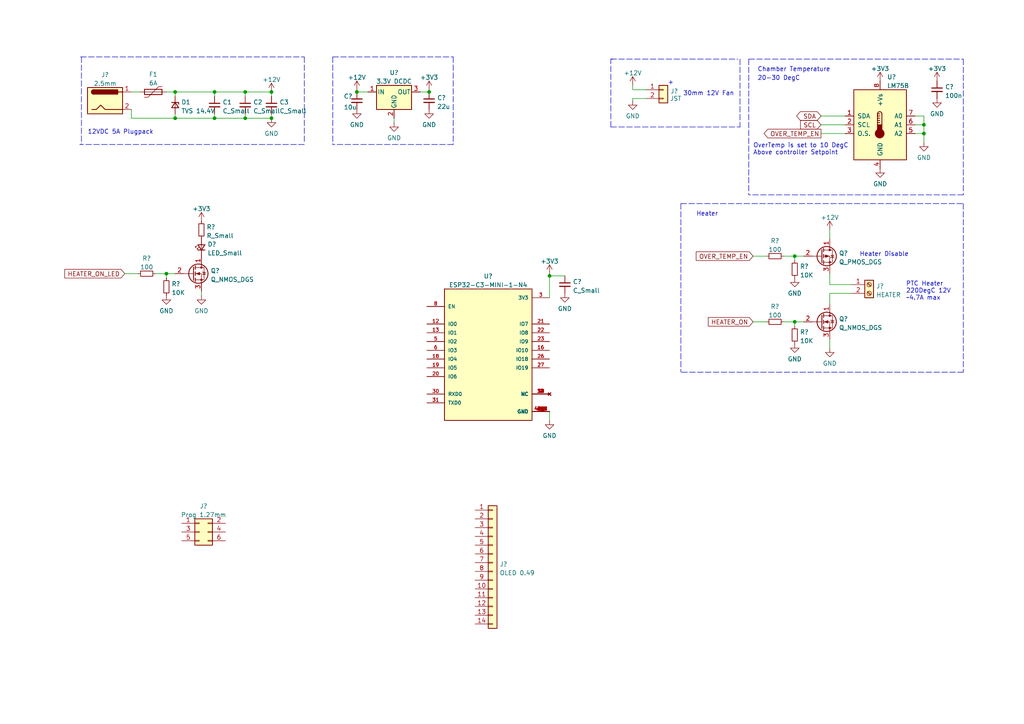
<source format=kicad_sch>
(kicad_sch (version 20211123) (generator eeschema)
  (paper "A4")
  (title_block (title "SLA Chamber Hearter for Resin Printers") (date "2022-06-26") (rev "A") (comment 1 "Author: Stephen Eaton") (comment 2 "Project Github: https://github.com/madeinoz67/slachamberheater") (comment 3 "License: CERN-OHL-P"))
  (lib_symbols
    (symbol "Connector:Barrel_Jack" (pin_names (offset 1.016))
      (property "Reference" "J" (at 0 5.334 0))
      (property "Value" "Barrel_Jack" (at 0 -5.08 0))
      (symbol "Barrel_Jack_0_1"
        (rectangle (start -5.08 3.81) (end 5.08 -3.81) (stroke (width 0.254)) (fill (type background)))
        (arc (start -3.302 3.175) (mid -3.937 2.54) (end -3.302 1.905) (stroke (width 0.254)))
        (arc (start -3.302 3.175) (mid -3.937 2.54) (end -3.302 1.905) (stroke (width 0.254)) (fill (type outline)))
        (polyline (pts (xy 5.08 2.54) (xy 3.81 2.54)) (stroke (width 0.254)))
        (polyline (pts (xy -3.81 -2.54) (xy -2.54 -2.54) (xy -1.27 -1.27) (xy 0 -2.54) (xy 2.54 -2.54) (xy 5.08 -2.54)) (stroke (width 0.254)))
        (rectangle (start 3.683 3.175) (end -3.302 1.905) (stroke (width 0.254)) (fill (type outline)))
      )
      (symbol "Barrel_Jack_1_1"
        (pin passive line (at 7.62 2.54 180) (length 2.54) (name "~") (number "1"))
        (pin passive line (at 7.62 -2.54 180) (length 2.54) (name "~") (number "2"))
      )
    )
    (symbol "Connector:Screw_Terminal_01x02" (pin_names (offset 1.016) hide)
      (property "Reference" "J" (at 0 2.54 0))
      (property "Value" "Screw_Terminal_01x02" (at 0 -5.08 0))
      (symbol "Screw_Terminal_01x02_1_1"
        (rectangle (start -1.27 1.27) (end 1.27 -3.81) (stroke (width 0.254)) (fill (type background)))
        (circle (center 0 -2.54) (radius 0.635) (stroke (width 0.1524)))
        (polyline (pts (xy -0.5334 -2.2098) (xy 0.3302 -3.048)) (stroke (width 0.1524)))
        (polyline (pts (xy -0.5334 0.3302) (xy 0.3302 -0.508)) (stroke (width 0.1524)))
        (polyline (pts (xy -0.3556 -2.032) (xy 0.508 -2.8702)) (stroke (width 0.1524)))
        (polyline (pts (xy -0.3556 0.508) (xy 0.508 -0.3302)) (stroke (width 0.1524)))
        (circle (center 0 0) (radius 0.635) (stroke (width 0.1524)))
        (pin passive line (at -5.08 0 0) (length 3.81) (name "Pin_1") (number "1"))
        (pin passive line (at -5.08 -2.54 0) (length 3.81) (name "Pin_2") (number "2"))
      )
    )
    (symbol "Connector_Generic:Conn_01x02" (pin_names (offset 1.016) hide)
      (property "Reference" "J" (at 0 2.54 0))
      (property "Value" "Conn_01x02" (at 0 -5.08 0))
      (symbol "Conn_01x02_1_1"
        (rectangle (start -1.27 -2.413) (end 0 -2.667) (stroke (width 0.1524)))
        (rectangle (start -1.27 0.127) (end 0 -0.127) (stroke (width 0.1524)))
        (rectangle (start -1.27 1.27) (end 1.27 -3.81) (stroke (width 0.254)) (fill (type background)))
        (pin passive line (at -5.08 0 0) (length 3.81) (name "Pin_1") (number "1"))
        (pin passive line (at -5.08 -2.54 0) (length 3.81) (name "Pin_2") (number "2"))
      )
    )
    (symbol "Connector_Generic:Conn_01x14" (pin_names (offset 1.016) hide)
      (property "Reference" "J" (at 0 17.78 0))
      (property "Value" "Conn_01x14" (at 0 -20.32 0))
      (symbol "Conn_01x14_1_1"
        (rectangle (start -1.27 -17.653) (end 0 -17.907) (stroke (width 0.1524)))
        (rectangle (start -1.27 -15.113) (end 0 -15.367) (stroke (width 0.1524)))
        (rectangle (start -1.27 -12.573) (end 0 -12.827) (stroke (width 0.1524)))
        (rectangle (start -1.27 -10.033) (end 0 -10.287) (stroke (width 0.1524)))
        (rectangle (start -1.27 -7.493) (end 0 -7.747) (stroke (width 0.1524)))
        (rectangle (start -1.27 -4.953) (end 0 -5.207) (stroke (width 0.1524)))
        (rectangle (start -1.27 -2.413) (end 0 -2.667) (stroke (width 0.1524)))
        (rectangle (start -1.27 0.127) (end 0 -0.127) (stroke (width 0.1524)))
        (rectangle (start -1.27 2.667) (end 0 2.413) (stroke (width 0.1524)))
        (rectangle (start -1.27 5.207) (end 0 4.953) (stroke (width 0.1524)))
        (rectangle (start -1.27 7.747) (end 0 7.493) (stroke (width 0.1524)))
        (rectangle (start -1.27 10.287) (end 0 10.033) (stroke (width 0.1524)))
        (rectangle (start -1.27 12.827) (end 0 12.573) (stroke (width 0.1524)))
        (rectangle (start -1.27 15.367) (end 0 15.113) (stroke (width 0.1524)))
        (rectangle (start -1.27 16.51) (end 1.27 -19.05) (stroke (width 0.254)) (fill (type background)))
        (pin passive line (at -5.08 15.24 0) (length 3.81) (name "Pin_1") (number "1"))
        (pin passive line (at -5.08 -7.62 0) (length 3.81) (name "Pin_10") (number "10"))
        (pin passive line (at -5.08 -10.16 0) (length 3.81) (name "Pin_11") (number "11"))
        (pin passive line (at -5.08 -12.7 0) (length 3.81) (name "Pin_12") (number "12"))
        (pin passive line (at -5.08 -15.24 0) (length 3.81) (name "Pin_13") (number "13"))
        (pin passive line (at -5.08 -17.78 0) (length 3.81) (name "Pin_14") (number "14"))
        (pin passive line (at -5.08 12.7 0) (length 3.81) (name "Pin_2") (number "2"))
        (pin passive line (at -5.08 10.16 0) (length 3.81) (name "Pin_3") (number "3"))
        (pin passive line (at -5.08 7.62 0) (length 3.81) (name "Pin_4") (number "4"))
        (pin passive line (at -5.08 5.08 0) (length 3.81) (name "Pin_5") (number "5"))
        (pin passive line (at -5.08 2.54 0) (length 3.81) (name "Pin_6") (number "6"))
        (pin passive line (at -5.08 0 0) (length 3.81) (name "Pin_7") (number "7"))
        (pin passive line (at -5.08 -2.54 0) (length 3.81) (name "Pin_8") (number "8"))
        (pin passive line (at -5.08 -5.08 0) (length 3.81) (name "Pin_9") (number "9"))
      )
    )
    (symbol "Connector_Generic:Conn_02x03_Odd_Even" (pin_names (offset 1.016) hide)
      (property "Reference" "J" (at 1.27 5.08 0))
      (property "Value" "Conn_02x03_Odd_Even" (at 1.27 -5.08 0))
      (symbol "Conn_02x03_Odd_Even_1_1"
        (rectangle (start -1.27 -2.413) (end 0 -2.667) (stroke (width 0.1524)))
        (rectangle (start -1.27 0.127) (end 0 -0.127) (stroke (width 0.1524)))
        (rectangle (start -1.27 2.667) (end 0 2.413) (stroke (width 0.1524)))
        (rectangle (start -1.27 3.81) (end 3.81 -3.81) (stroke (width 0.254)) (fill (type background)))
        (rectangle (start 3.81 -2.413) (end 2.54 -2.667) (stroke (width 0.1524)))
        (rectangle (start 3.81 0.127) (end 2.54 -0.127) (stroke (width 0.1524)))
        (rectangle (start 3.81 2.667) (end 2.54 2.413) (stroke (width 0.1524)))
        (pin passive line (at -5.08 2.54 0) (length 3.81) (name "Pin_1") (number "1"))
        (pin passive line (at 7.62 2.54 180) (length 3.81) (name "Pin_2") (number "2"))
        (pin passive line (at -5.08 0 0) (length 3.81) (name "Pin_3") (number "3"))
        (pin passive line (at 7.62 0 180) (length 3.81) (name "Pin_4") (number "4"))
        (pin passive line (at -5.08 -2.54 0) (length 3.81) (name "Pin_5") (number "5"))
        (pin passive line (at 7.62 -2.54 180) (length 3.81) (name "Pin_6") (number "6"))
      )
    )
    (symbol "Device:C_Small" (pin_numbers hide) (pin_names (offset 0.254) hide)
      (property "Reference" "C" (at 0.254 1.778 0))
      (property "Value" "C_Small" (at 0.254 -2.032 0))
      (symbol "C_Small_0_1"
        (polyline (pts (xy -1.524 -0.508) (xy 1.524 -0.508)) (stroke (width 0.3302)))
        (polyline (pts (xy -1.524 0.508) (xy 1.524 0.508)) (stroke (width 0.3048)))
      )
      (symbol "C_Small_1_1"
        (pin passive line (at 0 2.54 270) (length 2.032) (name "~") (number "1"))
        (pin passive line (at 0 -2.54 90) (length 2.032) (name "~") (number "2"))
      )
    )
    (symbol "Device:D_Zener_Small" (pin_numbers hide) (pin_names (offset 0.254) hide)
      (property "Reference" "D" (at 0 2.286 0))
      (property "Value" "D_Zener_Small" (at 0 -2.286 0))
      (symbol "D_Zener_Small_0_1"
        (polyline (pts (xy 0.762 0) (xy -0.762 0)))
        (polyline (pts (xy -0.254 1.016) (xy -0.762 1.016) (xy -0.762 -1.016)) (stroke (width 0.254)))
        (polyline (pts (xy 0.762 1.016) (xy -0.762 0) (xy 0.762 -1.016) (xy 0.762 1.016)) (stroke (width 0.254)))
      )
      (symbol "D_Zener_Small_1_1"
        (pin passive line (at -2.54 0 0) (length 1.778) (name "K") (number "1"))
        (pin passive line (at 2.54 0 180) (length 1.778) (name "A") (number "2"))
      )
    )
    (symbol "Device:LED_Small" (pin_numbers hide) (pin_names (offset 0.254) hide)
      (property "Reference" "D" (at -1.27 3.175 0))
      (property "Value" "LED_Small" (at -4.445 -2.54 0))
      (symbol "LED_Small_0_1"
        (polyline (pts (xy -0.762 -1.016) (xy -0.762 1.016)) (stroke (width 0.254)))
        (polyline (pts (xy 1.016 0) (xy -0.762 0)))
        (polyline (pts (xy 0.762 -1.016) (xy -0.762 0) (xy 0.762 1.016) (xy 0.762 -1.016)) (stroke (width 0.254)))
        (polyline (pts (xy 0 0.762) (xy -0.508 1.27) (xy -0.254 1.27) (xy -0.508 1.27) (xy -0.508 1.016)))
        (polyline (pts (xy 0.508 1.27) (xy 0 1.778) (xy 0.254 1.778) (xy 0 1.778) (xy 0 1.524)))
      )
      (symbol "LED_Small_1_1"
        (pin passive line (at -2.54 0 0) (length 1.778) (name "K") (number "1"))
        (pin passive line (at 2.54 0 180) (length 1.778) (name "A") (number "2"))
      )
    )
    (symbol "Device:Q_NMOS_DGS" (pin_names (offset 0) hide)
      (property "Reference" "Q" (at 5.08 1.27 0))
      (property "Value" "Q_NMOS_DGS" (at 5.08 -1.27 0))
      (symbol "Q_NMOS_DGS_0_1"
        (polyline (pts (xy 0.254 0) (xy -2.54 0)))
        (polyline (pts (xy 0.254 1.905) (xy 0.254 -1.905)) (stroke (width 0.254)))
        (polyline (pts (xy 0.762 -1.27) (xy 0.762 -2.286)) (stroke (width 0.254)))
        (polyline (pts (xy 0.762 0.508) (xy 0.762 -0.508)) (stroke (width 0.254)))
        (polyline (pts (xy 0.762 2.286) (xy 0.762 1.27)) (stroke (width 0.254)))
        (polyline (pts (xy 2.54 2.54) (xy 2.54 1.778)))
        (polyline (pts (xy 2.54 -2.54) (xy 2.54 0) (xy 0.762 0)))
        (polyline (pts (xy 0.762 -1.778) (xy 3.302 -1.778) (xy 3.302 1.778) (xy 0.762 1.778)))
        (polyline (pts (xy 1.016 0) (xy 2.032 0.381) (xy 2.032 -0.381) (xy 1.016 0)) (fill (type outline)))
        (polyline (pts (xy 2.794 0.508) (xy 2.921 0.381) (xy 3.683 0.381) (xy 3.81 0.254)))
        (polyline (pts (xy 3.302 0.381) (xy 2.921 -0.254) (xy 3.683 -0.254) (xy 3.302 0.381)))
        (circle (center 1.651 0) (radius 2.794) (stroke (width 0.254)))
        (circle (center 2.54 -1.778) (radius 0.254) (fill (type outline)))
        (circle (center 2.54 1.778) (radius 0.254) (fill (type outline)))
      )
      (symbol "Q_NMOS_DGS_1_1"
        (pin passive line (at 2.54 5.08 270) (length 2.54) (name "D") (number "1"))
        (pin input line (at -5.08 0 0) (length 2.54) (name "G") (number "2"))
        (pin passive line (at 2.54 -5.08 90) (length 2.54) (name "S") (number "3"))
      )
    )
    (symbol "Device:Q_PMOS_DGS" (pin_names (offset 0) hide)
      (property "Reference" "Q" (at 5.08 1.27 0))
      (property "Value" "Q_PMOS_DGS" (at 5.08 -1.27 0))
      (symbol "Q_PMOS_DGS_0_1"
        (polyline (pts (xy 0.254 0) (xy -2.54 0)))
        (polyline (pts (xy 0.254 1.905) (xy 0.254 -1.905)) (stroke (width 0.254)))
        (polyline (pts (xy 0.762 -1.27) (xy 0.762 -2.286)) (stroke (width 0.254)))
        (polyline (pts (xy 0.762 0.508) (xy 0.762 -0.508)) (stroke (width 0.254)))
        (polyline (pts (xy 0.762 2.286) (xy 0.762 1.27)) (stroke (width 0.254)))
        (polyline (pts (xy 2.54 2.54) (xy 2.54 1.778)))
        (polyline (pts (xy 2.54 -2.54) (xy 2.54 0) (xy 0.762 0)))
        (polyline (pts (xy 0.762 1.778) (xy 3.302 1.778) (xy 3.302 -1.778) (xy 0.762 -1.778)))
        (polyline (pts (xy 2.286 0) (xy 1.27 0.381) (xy 1.27 -0.381) (xy 2.286 0)) (fill (type outline)))
        (polyline (pts (xy 2.794 -0.508) (xy 2.921 -0.381) (xy 3.683 -0.381) (xy 3.81 -0.254)))
        (polyline (pts (xy 3.302 -0.381) (xy 2.921 0.254) (xy 3.683 0.254) (xy 3.302 -0.381)))
        (circle (center 1.651 0) (radius 2.794) (stroke (width 0.254)))
        (circle (center 2.54 -1.778) (radius 0.254) (fill (type outline)))
        (circle (center 2.54 1.778) (radius 0.254) (fill (type outline)))
      )
      (symbol "Q_PMOS_DGS_1_1"
        (pin passive line (at 2.54 5.08 270) (length 2.54) (name "D") (number "1"))
        (pin input line (at -5.08 0 0) (length 2.54) (name "G") (number "2"))
        (pin passive line (at 2.54 -5.08 90) (length 2.54) (name "S") (number "3"))
      )
    )
    (symbol "Device:R_Small" (pin_numbers hide) (pin_names (offset 0.254) hide)
      (property "Reference" "R" (at 0.762 0.508 0))
      (property "Value" "R_Small" (at 0.762 -1.016 0))
      (symbol "R_Small_0_1"
        (rectangle (start -0.762 1.778) (end 0.762 -1.778) (stroke (width 0.2032)))
      )
      (symbol "R_Small_1_1"
        (pin passive line (at 0 2.54 270) (length 0.762) (name "~") (number "1"))
        (pin passive line (at 0 -2.54 90) (length 0.762) (name "~") (number "2"))
      )
    )
    (symbol "Regulator_Linear:L7805" (pin_names (offset 0.254))
      (property "Reference" "U" (at -3.81 3.175 0))
      (property "Value" "L7805" (at 0 3.175 0))
      (symbol "L7805_0_1"
        (rectangle (start -5.08 1.905) (end 5.08 -5.08) (stroke (width 0.254)) (fill (type background)))
      )
      (symbol "L7805_1_1"
        (pin power_in line (at -7.62 0 0) (length 2.54) (name "IN") (number "1"))
        (pin power_in line (at 0 -7.62 90) (length 2.54) (name "GND") (number "2"))
        (pin power_out line (at 7.62 0 180) (length 2.54) (name "OUT") (number "3"))
      )
    )
    (symbol "STR-ESP32:ESP32-C3-MINI-1-N4" (pin_names (offset 1.016))
      (property "Reference" "U" (at -12.7 18.796 0))
      (property "Value" "ESP32-C3-MINI-1-N4" (at -12.7 -22.86 0))
      (symbol "ESP32-C3-MINI-1-N4_0_0"
        (rectangle (start -12.7 -20.32) (end 12.7 17.78) (stroke (width 0.254)) (fill (type background)))
        (pin power_in line (at 17.78 -17.78 180) (length 5.08) (name "GND") (number "1"))
        (pin no_connect line (at 17.78 -12.7 180) (length 5.08) (name "NC") (number "10"))
        (pin power_in line (at 17.78 -17.78 180) (length 5.08) (name "GND") (number "11"))
        (pin bidirectional line (at -17.78 7.62 0) (length 5.08) (name "IO0") (number "12"))
        (pin bidirectional line (at -17.78 5.08 0) (length 5.08) (name "IO1") (number "13"))
        (pin power_in line (at 17.78 -17.78 180) (length 5.08) (name "GND") (number "14"))
        (pin no_connect line (at 17.78 -12.7 180) (length 5.08) (name "NC") (number "15"))
        (pin bidirectional line (at 17.78 0 180) (length 5.08) (name "IO10") (number "16"))
        (pin no_connect line (at 17.78 -12.7 180) (length 5.08) (name "NC") (number "17"))
        (pin bidirectional line (at -17.78 -2.54 0) (length 5.08) (name "IO4") (number "18"))
        (pin bidirectional line (at -17.78 -5.08 0) (length 5.08) (name "IO5") (number "19"))
        (pin power_in line (at 17.78 -17.78 180) (length 5.08) (name "GND") (number "2"))
        (pin bidirectional line (at -17.78 -7.62 0) (length 5.08) (name "IO6") (number "20"))
        (pin bidirectional line (at 17.78 7.62 180) (length 5.08) (name "IO7") (number "21"))
        (pin bidirectional line (at 17.78 5.08 180) (length 5.08) (name "IO8") (number "22"))
        (pin bidirectional line (at 17.78 2.54 180) (length 5.08) (name "IO9") (number "23"))
        (pin no_connect line (at 17.78 -12.7 180) (length 5.08) (name "NC") (number "24"))
        (pin no_connect line (at 17.78 -12.7 180) (length 5.08) (name "NC") (number "25"))
        (pin bidirectional line (at 17.78 -2.54 180) (length 5.08) (name "IO18") (number "26"))
        (pin bidirectional line (at 17.78 -5.08 180) (length 5.08) (name "IO19") (number "27"))
        (pin no_connect line (at 17.78 -12.7 180) (length 5.08) (name "NC") (number "28"))
        (pin no_connect line (at 17.78 -12.7 180) (length 5.08) (name "NC") (number "29"))
        (pin power_in line (at 17.78 15.24 180) (length 5.08) (name "3V3") (number "3"))
        (pin bidirectional line (at -17.78 -12.7 0) (length 5.08) (name "RXD0") (number "30"))
        (pin bidirectional line (at -17.78 -15.24 0) (length 5.08) (name "TXD0") (number "31"))
        (pin no_connect line (at 17.78 -12.7 180) (length 5.08) (name "NC") (number "32"))
        (pin no_connect line (at 17.78 -12.7 180) (length 5.08) (name "NC") (number "33"))
        (pin no_connect line (at 17.78 -12.7 180) (length 5.08) (name "NC") (number "34"))
        (pin no_connect line (at 17.78 -12.7 180) (length 5.08) (name "NC") (number "35"))
        (pin power_in line (at 17.78 -17.78 180) (length 5.08) (name "GND") (number "36"))
        (pin power_in line (at 17.78 -17.78 180) (length 5.08) (name "GND") (number "37"))
        (pin power_in line (at 17.78 -17.78 180) (length 5.08) (name "GND") (number "38"))
        (pin power_in line (at 17.78 -17.78 180) (length 5.08) (name "GND") (number "39"))
        (pin no_connect line (at 17.78 -12.7 180) (length 5.08) (name "NC") (number "4"))
        (pin power_in line (at 17.78 -17.78 180) (length 5.08) (name "GND") (number "40"))
        (pin power_in line (at 17.78 -17.78 180) (length 5.08) (name "GND") (number "41"))
        (pin power_in line (at 17.78 -17.78 180) (length 5.08) (name "GND") (number "42"))
        (pin power_in line (at 17.78 -17.78 180) (length 5.08) (name "GND") (number "43"))
        (pin power_in line (at 17.78 -17.78 180) (length 5.08) (name "GND") (number "44"))
        (pin power_in line (at 17.78 -17.78 180) (length 5.08) (name "GND") (number "45"))
        (pin power_in line (at 17.78 -17.78 180) (length 5.08) (name "GND") (number "46"))
        (pin power_in line (at 17.78 -17.78 180) (length 5.08) (name "GND") (number "47"))
        (pin power_in line (at 17.78 -17.78 180) (length 5.08) (name "GND") (number "48"))
        (pin power_in line (at 17.78 -17.78 180) (length 5.08) (name "GND") (number "49_1"))
        (pin power_in line (at 17.78 -17.78 180) (length 5.08) (name "GND") (number "49_2"))
        (pin power_in line (at 17.78 -17.78 180) (length 5.08) (name "GND") (number "49_3"))
        (pin power_in line (at 17.78 -17.78 180) (length 5.08) (name "GND") (number "49_4"))
        (pin power_in line (at 17.78 -17.78 180) (length 5.08) (name "GND") (number "49_5"))
        (pin power_in line (at 17.78 -17.78 180) (length 5.08) (name "GND") (number "49_6"))
        (pin power_in line (at 17.78 -17.78 180) (length 5.08) (name "GND") (number "49_7"))
        (pin power_in line (at 17.78 -17.78 180) (length 5.08) (name "GND") (number "49_8"))
        (pin power_in line (at 17.78 -17.78 180) (length 5.08) (name "GND") (number "49_9"))
        (pin bidirectional line (at -17.78 2.54 0) (length 5.08) (name "IO2") (number "5"))
        (pin power_in line (at 17.78 -17.78 180) (length 5.08) (name "GND") (number "50"))
        (pin power_in line (at 17.78 -17.78 180) (length 5.08) (name "GND") (number "51"))
        (pin power_in line (at 17.78 -17.78 180) (length 5.08) (name "GND") (number "52"))
        (pin power_in line (at 17.78 -17.78 180) (length 5.08) (name "GND") (number "53"))
        (pin bidirectional line (at -17.78 0 0) (length 5.08) (name "IO3") (number "6"))
        (pin no_connect line (at 17.78 -12.7 180) (length 5.08) (name "NC") (number "7"))
        (pin input line (at -17.78 12.7 0) (length 5.08) (name "EN") (number "8"))
        (pin no_connect line (at 17.78 -12.7 180) (length 5.08) (name "NC") (number "9"))
      )
    )
    (symbol "STR-Fuses:F1206HI8000V024TM" (pin_numbers hide) (pin_names (offset 0))
      (property "Reference" "F?" (at 0 5.0968 90))
      (property "Value" "F1206HI8000V024TM" (at 0 2.5599 90))
      (symbol "F1206HI8000V024TM_0_1"
        (rectangle (start -0.762 2.54) (end 0.762 -2.54) (stroke (width 0.254)))
        (polyline (pts (xy 0 2.54) (xy 0 -2.54)))
        (polyline (pts (xy -1.524 2.54) (xy -1.524 1.524) (xy 1.524 -1.524) (xy 1.524 -2.54)))
      )
      (symbol "F1206HI8000V024TM_1_1"
        (pin passive line (at 0 3.81 270) (length 1.27) (name "~") (number "1"))
        (pin passive line (at 0 -3.81 90) (length 1.27) (name "~") (number "2"))
      )
    )
    (symbol "Sensor_Temperature:LM75B" (pin_names (offset 1.016))
      (property "Reference" "U" (at -6.35 11.43 0))
      (property "Value" "LM75B" (at 0 11.43 0))
      (symbol "LM75B_0_1"
        (rectangle (start -7.62 10.16) (end 7.62 -10.16) (stroke (width 0.254)) (fill (type background)))
        (circle (center -0.127 -2.54) (radius 1.27) (stroke (width 0.254)) (fill (type outline)))
        (polyline (pts (xy -0.762 0.635) (xy -0.127 0.635)) (stroke (width 0.254)))
        (polyline (pts (xy -0.762 1.27) (xy -0.127 1.27)) (stroke (width 0.254)))
        (polyline (pts (xy -0.762 1.905) (xy -0.127 1.905)) (stroke (width 0.254)))
        (polyline (pts (xy -0.762 2.54) (xy -0.127 2.54)) (stroke (width 0.254)))
        (polyline (pts (xy -0.762 3.175) (xy -0.762 0)) (stroke (width 0.254)))
        (polyline (pts (xy -0.762 3.175) (xy -0.127 3.175)) (stroke (width 0.254)))
        (polyline (pts (xy 0.508 3.175) (xy 0.508 0)) (stroke (width 0.254)))
        (rectangle (start 0.508 -1.905) (end -0.762 0) (stroke (width 0.254)) (fill (type outline)))
        (arc (start 0.508 3.175) (mid -0.127 3.81) (end -0.762 3.175) (stroke (width 0.254)))
      )
      (symbol "LM75B_1_1"
        (pin bidirectional line (at -10.16 2.54 0) (length 2.54) (name "SDA") (number "1"))
        (pin input line (at -10.16 0 0) (length 2.54) (name "SCL") (number "2"))
        (pin open_collector line (at -10.16 -2.54 0) (length 2.54) (name "O.S.") (number "3"))
        (pin power_in line (at 0 -12.7 90) (length 2.54) (name "GND") (number "4"))
        (pin input line (at 10.16 -2.54 180) (length 2.54) (name "A2") (number "5"))
        (pin input line (at 10.16 0 180) (length 2.54) (name "A1") (number "6"))
        (pin input line (at 10.16 2.54 180) (length 2.54) (name "A0") (number "7"))
        (pin power_in line (at 0 12.7 270) (length 2.54) (name "+Vs") (number "8"))
      )
    )
    (symbol "power:+12V" (power) (pin_names (offset 0))
      (property "Value" "+12V" (at 0 3.556 0))
      (symbol "+12V_0_1"
        (polyline (pts (xy -0.762 1.27) (xy 0 2.54)))
        (polyline (pts (xy 0 0) (xy 0 2.54)))
        (polyline (pts (xy 0 2.54) (xy 0.762 1.27)))
      )
      (symbol "+12V_1_1"
        (pin power_in line (at 0 0 90) (length 0) hide (name "+12V") (number "1"))
      )
    )
    (symbol "power:+3.3V" (power) (pin_names (offset 0))
      (property "Value" "+3.3V" (at 0 3.556 0))
      (symbol "+3.3V_0_1"
        (polyline (pts (xy -0.762 1.27) (xy 0 2.54)))
        (polyline (pts (xy 0 0) (xy 0 2.54)))
        (polyline (pts (xy 0 2.54) (xy 0.762 1.27)))
      )
      (symbol "+3.3V_1_1"
        (pin power_in line (at 0 0 90) (length 0) hide (name "+3V3") (number "1"))
      )
    )
    (symbol "power:+3V3" (power) (pin_names (offset 0))
      (property "Value" "+3V3" (at 0 3.556 0))
      (symbol "+3V3_0_1"
        (polyline (pts (xy -0.762 1.27) (xy 0 2.54)))
        (polyline (pts (xy 0 0) (xy 0 2.54)))
        (polyline (pts (xy 0 2.54) (xy 0.762 1.27)))
      )
      (symbol "+3V3_1_1"
        (pin power_in line (at 0 0 90) (length 0) hide (name "+3V3") (number "1"))
      )
    )
    (symbol "power:GND" (power) (pin_names (offset 0))
      (property "Value" "GND" (at 0 -3.81 0))
      (symbol "GND_0_1"
        (polyline (pts (xy 0 0) (xy 0 -1.27) (xy 1.27 -1.27) (xy 0 -2.54) (xy -1.27 -1.27) (xy 0 -1.27)))
      )
      (symbol "GND_1_1"
        (pin power_in line (at 0 0 270) (length 0) hide (name "GND") (number "1"))
      )
    )
  )
  (junction (at 267.97 38.735))
  (junction (at 62.23 34.29))
  (junction (at 230.505 74.295))
  (junction (at 230.505 93.345))
  (junction (at 267.97 36.195))
  (junction (at 62.23 26.67))
  (junction (at 48.26 79.375))
  (junction (at 103.505 26.67))
  (junction (at 78.74 34.29))
  (junction (at 71.12 26.67))
  (junction (at 71.12 34.29))
  (junction (at 50.8 34.29))
  (junction (at 124.46 26.67))
  (junction (at 78.74 26.67))
  (junction (at 50.8 26.67))
  (junction (at 159.385 80.01))
  (wire (pts (xy 227.33 74.295) (xy 230.505 74.295)))
  (wire (pts (xy 247.015 85.09) (xy 240.665 85.09)))
  (wire (pts (xy 71.12 26.67) (xy 71.12 27.94)))
  (wire (pts (xy 71.12 26.67) (xy 78.74 26.67)))
  (polyline (pts (xy 23.622 16.51) (xy 23.622 41.91)))
  (polyline (pts (xy 279.4 107.95) (xy 197.485 107.95)))
  (polyline (pts (xy 279.4 17.145) (xy 279.4 56.515)))
  (wire (pts (xy 183.515 28.575) (xy 183.515 29.21)))
  (wire (pts (xy 121.92 26.67) (xy 124.46 26.67)))
  (wire (pts (xy 230.505 93.345) (xy 230.505 94.615)))
  (polyline (pts (xy 131.445 16.51) (xy 131.445 41.91)))
  (wire (pts (xy 240.665 85.09) (xy 240.665 88.265)))
  (wire (pts (xy 38.1 26.67) (xy 40.64 26.67)))
  (wire (pts (xy 218.44 93.345) (xy 222.25 93.345)))
  (wire (pts (xy 159.385 79.375) (xy 159.385 80.01)))
  (wire (pts (xy 227.33 93.345) (xy 230.505 93.345)))
  (wire (pts (xy 58.42 84.455) (xy 58.42 85.725)))
  (wire (pts (xy 230.505 93.345) (xy 233.045 93.345)))
  (wire (pts (xy 62.23 33.02) (xy 62.23 34.29)))
  (polyline (pts (xy 177.165 17.145) (xy 177.8 17.145)))
  (wire (pts (xy 124.46 26.035) (xy 124.46 26.67)))
  (polyline (pts (xy 217.17 17.145) (xy 279.4 17.145)))
  (wire (pts (xy 265.43 33.655) (xy 267.97 33.655)))
  (wire (pts (xy 159.385 80.01) (xy 163.83 80.01)))
  (wire (pts (xy 62.23 26.67) (xy 71.12 26.67)))
  (wire (pts (xy 78.74 34.29) (xy 71.12 34.29)))
  (wire (pts (xy 103.505 26.67) (xy 106.68 26.67)))
  (wire (pts (xy 238.125 33.655) (xy 245.11 33.655)))
  (wire (pts (xy 187.325 28.575) (xy 183.515 28.575)))
  (wire (pts (xy 50.8 33.02) (xy 50.8 34.29)))
  (wire (pts (xy 62.23 34.29) (xy 50.8 34.29)))
  (wire (pts (xy 62.23 26.67) (xy 62.23 27.94)))
  (wire (pts (xy 183.515 24.765) (xy 183.515 26.035)))
  (polyline (pts (xy 23.368 16.51) (xy 88.265 16.51)))
  (wire (pts (xy 62.23 34.29) (xy 71.12 34.29)))
  (polyline (pts (xy 88.265 16.51) (xy 88.265 41.275)))
  (polyline (pts (xy 279.4 56.515) (xy 217.17 56.515)))
  (polyline (pts (xy 217.17 17.145) (xy 217.17 56.515)))
  (wire (pts (xy 78.74 33.02) (xy 78.74 34.29)))
  (wire (pts (xy 238.125 36.195) (xy 245.11 36.195)))
  (polyline (pts (xy 197.485 59.055) (xy 279.4 59.055)))
  (wire (pts (xy 230.505 74.295) (xy 230.505 75.565)))
  (wire (pts (xy 50.8 26.67) (xy 50.8 27.94)))
  (wire (pts (xy 265.43 36.195) (xy 267.97 36.195)))
  (polyline (pts (xy 177.165 17.145) (xy 213.995 17.145)))
  (wire (pts (xy 240.665 98.425) (xy 240.665 100.965)))
  (wire (pts (xy 50.8 34.29) (xy 38.1 34.29)))
  (wire (pts (xy 183.515 26.035) (xy 187.325 26.035)))
  (wire (pts (xy 240.665 66.675) (xy 240.665 69.215)))
  (polyline (pts (xy 177.165 36.83) (xy 214.63 36.83)))
  (wire (pts (xy 265.43 38.735) (xy 267.97 38.735)))
  (wire (pts (xy 45.085 79.375) (xy 48.26 79.375)))
  (wire (pts (xy 238.125 38.735) (xy 245.11 38.735)))
  (wire (pts (xy 230.505 74.295) (xy 233.045 74.295)))
  (wire (pts (xy 267.97 38.735) (xy 267.97 41.275)))
  (polyline (pts (xy 214.63 17.145) (xy 214.63 36.83)))
  (wire (pts (xy 48.26 26.67) (xy 50.8 26.67)))
  (wire (pts (xy 114.3 34.29) (xy 114.3 35.56)))
  (wire (pts (xy 48.26 79.375) (xy 50.8 79.375)))
  (wire (pts (xy 78.74 26.67) (xy 78.74 27.94)))
  (wire (pts (xy 159.385 119.38) (xy 159.385 121.92)))
  (polyline (pts (xy 131.445 41.91) (xy 96.52 41.91)))
  (wire (pts (xy 36.195 79.375) (xy 40.005 79.375)))
  (polyline (pts (xy 88.265 41.91) (xy 23.114 41.91)))
  (polyline (pts (xy 197.485 59.055) (xy 197.485 107.95)))
  (wire (pts (xy 38.1 31.75) (xy 38.1 34.29)))
  (wire (pts (xy 240.665 82.55) (xy 247.015 82.55)))
  (polyline (pts (xy 96.52 16.51) (xy 96.52 41.91)))
  (wire (pts (xy 71.12 33.02) (xy 71.12 34.29)))
  (wire (pts (xy 267.97 36.195) (xy 267.97 38.735)))
  (wire (pts (xy 240.665 79.375) (xy 240.665 82.55)))
  (polyline (pts (xy 96.52 16.51) (xy 131.445 16.51)))
  (wire (pts (xy 159.385 80.01) (xy 159.385 86.36)))
  (wire (pts (xy 267.97 33.655) (xy 267.97 36.195)))
  (polyline (pts (xy 279.4 59.055) (xy 279.4 107.95)))
  (polyline (pts (xy 177.165 36.83) (xy 177.165 17.145)))
  (wire (pts (xy 218.44 74.295) (xy 222.25 74.295)))
  (wire (pts (xy 103.505 26.035) (xy 103.505 26.67)))
  (wire (pts (xy 48.26 79.375) (xy 48.26 80.645)))
  (wire (pts (xy 50.8 26.67) (xy 62.23 26.67)))
  (text "Heater" (at 201.93 62.865 0) (effects (font (size 1.27 1.27)) (justify left bottom)))
  (text "+" (at 193.675 24.765 0) (effects (font (size 1.27 1.27)) (justify left bottom)))
  (text "Heater Disable" (at 249.301 74.549 0) (effects (font (size 1.27 1.27)) (justify left bottom)))
  (text "12VDC 5A Plugpack" (at 25.4 39.116 0) (effects (font (size 1.27 1.27)) (justify left bottom)))
  (text "Chamber Temperature" (at 219.71 20.955 0) (effects (font (size 1.27 1.27)) (justify left bottom)))
  (text "20-30 DegC" (at 219.71 23.495 0) (effects (font (size 1.27 1.27)) (justify left bottom)))
  (text "PTC Heater\n220DegC 12V\n~4.7A max" (at 262.763 87.249 0) (effects (font (size 1.27 1.27)) (justify left bottom)))
  (text "30mm 12V Fan" (at 198.12 27.94 0) (effects (font (size 1.27 1.27)) (justify left bottom)))
  (text "OverTemp is set to 10 DegC\nAbove controller Setpoint" (at 218.44 45.085 0) (effects (font (size 1.27 1.27)) (justify left bottom)))
  (global_label "HEATER_ON_LED" (shape input) (at 36.195 79.375 180) (property "Intersheet References" "${INTERSHEET_REFS}" (effects hide)))
  (global_label "OVER_TEMP_EN" (shape input) (at 218.44 74.295 180) (property "Intersheet References" "${INTERSHEET_REFS}" (effects hide)))
  (global_label "SCL" (shape input) (at 238.125 36.195 180) (property "Intersheet References" "${INTERSHEET_REFS}" (effects hide)))
  (global_label "OVER_TEMP_EN" (shape output) (at 238.125 38.735 180) (property "Intersheet References" "${INTERSHEET_REFS}" (effects hide)))
  (global_label "SDA" (shape bidirectional) (at 238.125 33.655 180) (property "Intersheet References" "${INTERSHEET_REFS}" (effects hide)))
  (global_label "HEATER_ON" (shape input) (at 218.44 93.345 180) (property "Intersheet References" "${INTERSHEET_REFS}" (effects hide)))
  (symbol (lib_id "power:GND") (at 48.26 85.725 0) (unit 1)
    (property "Reference" "#PWR?" (effects hide))
    (property "Value" "GND" (at 48.26 90.1684 0))
  )
  (symbol (lib_id "power:+12V") (at 103.505 26.035 0) (unit 1)
    (property "Reference" "#PWR?" (effects hide))
    (property "Value" "+12V" (at 103.505 22.4592 0))
  )
  (symbol (lib_id "power:GND") (at 58.42 85.725 0) (unit 1)
    (property "Reference" "#PWR?" (effects hide))
    (property "Value" "GND" (at 58.42 90.1684 0))
  )
  (symbol (lib_id "Connector_Generic:Conn_01x02") (at 192.405 26.035 0) (unit 1)
    (property "Reference" "J?" (at 194.437 26.4703 0) (effects (justify left)))
    (property "Value" "JST" (at 194.31 28.575 0) (effects (justify left)))
  )
  (symbol (lib_id "power:+3V3") (at 255.27 23.495 0) (unit 1)
    (property "Reference" "#PWR?" (effects hide))
    (property "Value" "+3V3" (at 255.27 19.9192 0))
  )
  (symbol (lib_id "Device:C_Small") (at 124.46 29.21 0) (unit 1)
    (property "Reference" "C?" (at 126.7841 28.3816 0) (effects (justify left)))
    (property "Value" "22u" (at 126.7841 30.9185 0) (effects (justify left)))
  )
  (symbol (lib_id "Device:C_Small") (at 271.78 26.035 0) (unit 1)
    (property "Reference" "C?" (at 274.1041 25.2066 0) (effects (justify left)))
    (property "Value" "100n" (at 274.1041 27.7435 0) (effects (justify left)))
  )
  (symbol (lib_id "Sensor_Temperature:LM75B") (at 255.27 36.195 0) (unit 1)
    (property "Reference" "U?" (at 257.2894 22.3352 0) (effects (justify left)))
    (property "Value" "LM75B" (at 257.2894 24.8721 0) (effects (justify left)))
    (property "Datasheet" "http://www.ti.com/lit/ds/symlink/lm75b.pdf" (effects hide))
  )
  (symbol (lib_id "Connector_Generic:Conn_01x14") (at 142.875 163.195 0) (unit 1)
    (property "Reference" "J?" (at 144.907 163.6303 0) (effects (justify left)))
    (property "Value" "OLED 0.49" (at 144.907 166.1672 0) (effects (justify left)))
  )
  (symbol (lib_id "Device:R_Small") (at 230.505 97.155 0) (unit 1)
    (property "Reference" "R?" (at 232.0036 96.3203 0) (effects (justify left)))
    (property "Value" "10K" (at 232.0036 98.8572 0) (effects (justify left)))
  )
  (symbol (lib_id "Device:C_Small") (at 62.23 30.48 0) (unit 1)
    (property "Reference" "C1" (at 64.5541 29.6516 0) (effects (justify left)))
    (property "Value" "C_Small" (at 64.5541 32.1885 0) (effects (justify left)))
  )
  (symbol (lib_id "Device:R_Small") (at 48.26 83.185 0) (unit 1)
    (property "Reference" "R?" (at 49.7586 82.3503 0) (effects (justify left)))
    (property "Value" "10K" (at 49.7586 84.8872 0) (effects (justify left)))
  )
  (symbol (lib_id "power:+3V3") (at 124.46 26.035 0) (unit 1)
    (property "Reference" "#PWR?" (effects hide))
    (property "Value" "+3V3" (at 124.46 22.4592 0))
  )
  (symbol (lib_id "power:+3.3V") (at 58.42 64.135 0) (unit 1)
    (property "Reference" "#PWR?" (effects hide))
    (property "Value" "+3.3V" (at 58.42 60.5592 0))
  )
  (symbol (lib_id "power:GND") (at 267.97 41.275 0) (unit 1)
    (property "Reference" "#PWR?" (effects hide))
    (property "Value" "GND" (at 267.97 45.7184 0))
  )
  (symbol (lib_id "Device:LED_Small") (at 58.42 71.755 90) (unit 1)
    (property "Reference" "D?" (at 60.198 70.8568 90) (effects (justify right)))
    (property "Value" "LED_Small" (at 60.198 73.3937 90) (effects (justify right)))
  )
  (symbol (lib_id "Device:C_Small") (at 163.83 82.55 0) (unit 1)
    (property "Reference" "C?" (at 166.1541 81.7216 0) (effects (justify left)))
    (property "Value" "C_Small" (at 166.1541 84.2585 0) (effects (justify left)))
  )
  (symbol (lib_id "power:GND") (at 78.74 34.29 0) (unit 1)
    (property "Reference" "#PWR01" (effects hide))
    (property "Value" "GND" (at 78.74 38.7334 0))
  )
  (symbol (lib_id "power:+3V3") (at 271.78 23.495 0) (unit 1)
    (property "Reference" "#PWR?" (effects hide))
    (property "Value" "+3V3" (at 271.78 19.9192 0))
  )
  (symbol (lib_id "Device:C_Small") (at 103.505 29.21 0) (unit 1)
    (property "Reference" "C?" (at 99.695 27.94 0) (effects (justify left)))
    (property "Value" "10u" (at 99.695 31.115 0) (effects (justify left)))
  )
  (symbol (lib_id "power:GND") (at 240.665 100.965 0) (unit 1)
    (property "Reference" "#PWR?" (effects hide))
    (property "Value" "GND" (at 240.665 105.4084 0))
  )
  (symbol (lib_id "power:GND") (at 271.78 28.575 0) (unit 1)
    (property "Reference" "#PWR?" (effects hide))
    (property "Value" "GND" (at 271.78 33.0184 0))
  )
  (symbol (lib_id "power:GND") (at 183.515 29.21 0) (unit 1)
    (property "Reference" "#PWR?" (effects hide))
    (property "Value" "GND" (at 183.515 33.6534 0))
  )
  (symbol (lib_id "Device:C_Small") (at 78.74 30.48 0) (unit 1)
    (property "Reference" "C3" (at 81.0641 29.6516 0) (effects (justify left)))
    (property "Value" "C_Small" (at 81.0641 32.1885 0) (effects (justify left)))
  )
  (symbol (lib_id "Device:R_Small") (at 224.79 74.295 270) (unit 1)
    (property "Reference" "R?" (at 224.79 69.8586 90))
    (property "Value" "100" (at 224.79 72.3955 90))
  )
  (symbol (lib_id "power:+3V3") (at 159.385 79.375 0) (unit 1)
    (property "Reference" "#PWR?" (effects hide))
    (property "Value" "+3V3" (at 159.385 75.7992 0))
  )
  (symbol (lib_id "power:GND") (at 163.83 85.09 0) (unit 1)
    (property "Reference" "#PWR?" (effects hide))
    (property "Value" "GND" (at 163.83 89.5334 0))
  )
  (symbol (lib_id "power:GND") (at 114.3 35.56 0) (unit 1)
    (property "Reference" "#PWR?" (effects hide))
    (property "Value" "GND" (at 114.3 40.0034 0))
  )
  (symbol (lib_id "Regulator_Linear:L7805") (at 114.3 26.67 0) (unit 1)
    (property "Reference" "U?" (at 114.3 21.0652 0))
    (property "Value" "3.3V DCDC" (at 114.3 23.6021 0))
    (property "Datasheet" "http://www.st.com/content/ccc/resource/technical/document/datasheet/41/4f/b3/b0/12/d4/47/88/CD00000444.pdf/files/CD00000444.pdf/jcr:content/translations/en.CD00000444.pdf" (effects hide))
  )
  (symbol (lib_id "STR-ESP32:ESP32-C3-MINI-1-N4") (at 141.605 101.6 0) (unit 1)
    (property "Reference" "U?" (at 141.605 80.1202 0))
    (property "Value" "ESP32-C3-MINI-1-N4" (at 141.605 82.6571 0))
    (property "Footprint" "esp:ESP32-C3-MINI-1-N4" (effects hide))
    (property "MANUFACTURER" "Espressif Systems" (effects hide))
    (property "PARTREV" "v1.0" (effects hide))
    (property "STANDARD" "Manufacturer Recommendations" (effects hide))
    (property "MAXIMUM_PACKAGE_HEIGHT" "2.55mm" (effects hide))
  )
  (symbol (lib_id "Device:D_Zener_Small") (at 50.8 30.48 270) (unit 1)
    (property "Reference" "D1" (at 52.578 29.6453 90) (effects (justify left)))
    (property "Value" "TVS 14.4V" (at 52.578 32.1822 90) (effects (justify left)))
  )
  (symbol (lib_id "power:GND") (at 159.385 121.92 0) (unit 1)
    (property "Reference" "#PWR?" (effects hide))
    (property "Value" "GND" (at 159.385 126.3634 0))
  )
  (symbol (lib_id "power:GND") (at 230.505 99.695 0) (unit 1)
    (property "Reference" "#PWR?" (effects hide))
    (property "Value" "GND" (at 230.505 104.1384 0))
  )
  (symbol (lib_id "Device:Q_NMOS_DGS") (at 238.125 93.345 0) (unit 1)
    (property "Reference" "Q?" (at 243.332 92.5103 0) (effects (justify left)))
    (property "Value" "Q_NMOS_DGS" (at 243.332 95.0472 0) (effects (justify left)))
  )
  (symbol (lib_id "power:GND") (at 255.27 48.895 0) (unit 1)
    (property "Reference" "#PWR?" (effects hide))
    (property "Value" "GND" (at 255.27 53.3384 0))
  )
  (symbol (lib_id "Device:R_Small") (at 42.545 79.375 270) (unit 1)
    (property "Reference" "R?" (at 42.545 74.9386 90))
    (property "Value" "100" (at 42.545 77.4755 90))
  )
  (symbol (lib_id "Device:C_Small") (at 71.12 30.48 0) (unit 1)
    (property "Reference" "C2" (at 73.4441 29.6516 0) (effects (justify left)))
    (property "Value" "C_Small" (at 73.4441 32.1885 0) (effects (justify left)))
  )
  (symbol (lib_id "power:GND") (at 230.505 80.645 0) (unit 1)
    (property "Reference" "#PWR?" (effects hide))
    (property "Value" "GND" (at 230.505 85.0884 0))
  )
  (symbol (lib_id "power:GND") (at 103.505 31.75 0) (unit 1)
    (property "Reference" "#PWR?" (effects hide))
    (property "Value" "GND" (at 103.505 36.1934 0))
  )
  (symbol (lib_id "power:+12V") (at 78.74 26.67 0) (unit 1)
    (property "Reference" "#PWR02" (effects hide))
    (property "Value" "+12V" (at 78.74 23.0942 0))
  )
  (symbol (lib_id "Connector:Screw_Terminal_01x02") (at 252.095 82.55 0) (unit 1)
    (property "Reference" "J?" (at 254.127 82.9853 0) (effects (justify left)))
    (property "Value" "HEATER" (at 254.127 85.5222 0) (effects (justify left)))
  )
  (symbol (lib_id "power:GND") (at 124.46 31.75 0) (unit 1)
    (property "Reference" "#PWR?" (effects hide))
    (property "Value" "GND" (at 124.46 36.1934 0))
  )
  (symbol (lib_id "STR-Fuses:F1206HI8000V024TM") (at 44.45 26.67 90) (unit 1)
    (property "Reference" "F1" (at 44.45 21.5732 90))
    (property "Value" "6A" (at 44.45 24.1101 90))
    (property "Footprint" "Fuse:Fuse_1206_3216Metric" (effects hide))
    (property "Description" "80A SMD Ceramic Fuse 8A 60 9mΩ 1206 Fuses ROHS" (effects hide))
    (property "MFN" "AEM" (effects hide))
    (property "S1PN" "C242477" (effects hide))
    (property "MFPN" "F1206HI8000V024TM" (effects hide))
    (property "DataSheet Link" "https://datasheet.lcsc.com/lcsc/1811121821_AEM-F1206HI8000V024TM_C242477.pdf" (effects hide))
    (property "S1PNL" "https://www.lcsc.com/product-detail/Fuses_AEM-F1206HI8000V024TM_C242477.html" (effects hide))
  )
  (symbol (lib_id "Connector:Barrel_Jack") (at 30.48 29.21 0) (unit 1)
    (property "Reference" "J?" (at 30.48 21.7002 0))
    (property "Value" "2.5mm" (at 30.48 24.2371 0))
  )
  (symbol (lib_id "Device:R_Small") (at 224.79 93.345 270) (unit 1)
    (property "Reference" "R?" (at 224.79 88.9086 90))
    (property "Value" "100" (at 224.79 91.4455 90))
  )
  (symbol (lib_id "Device:Q_PMOS_DGS") (at 238.125 74.295 0) (unit 1)
    (property "Reference" "Q?" (at 243.332 73.4603 0) (effects (justify left)))
    (property "Value" "Q_PMOS_DGS" (at 243.332 75.9972 0) (effects (justify left)))
  )
  (symbol (lib_id "Connector_Generic:Conn_02x03_Odd_Even") (at 57.785 154.305 0) (unit 1)
    (property "Reference" "J?" (at 59.055 146.7952 0))
    (property "Value" "Prog 1.27mm" (at 59.055 149.3321 0))
  )
  (symbol (lib_id "Device:R_Small") (at 230.505 78.105 0) (unit 1)
    (property "Reference" "R?" (at 232.0036 77.2703 0) (effects (justify left)))
    (property "Value" "10K" (at 232.0036 79.8072 0) (effects (justify left)))
  )
  (symbol (lib_id "Device:Q_NMOS_DGS") (at 55.88 79.375 0) (unit 1)
    (property "Reference" "Q?" (at 61.087 78.5403 0) (effects (justify left)))
    (property "Value" "Q_NMOS_DGS" (at 61.087 81.0772 0) (effects (justify left)))
  )
  (symbol (lib_id "power:+12V") (at 183.515 24.765 0) (unit 1)
    (property "Reference" "#PWR?" (effects hide))
    (property "Value" "+12V" (at 183.515 21.1892 0))
  )
  (symbol (lib_id "Device:R_Small") (at 58.42 66.675 0) (unit 1)
    (property "Reference" "R?" (at 59.9186 65.8403 0) (effects (justify left)))
    (property "Value" "R_Small" (at 59.9186 68.3772 0) (effects (justify left)))
  )
  (symbol (lib_id "power:+12V") (at 240.665 66.675 0) (unit 1)
    (property "Reference" "#PWR?" (effects hide))
    (property "Value" "+12V" (at 240.665 63.0992 0))
  )
)
</source>
